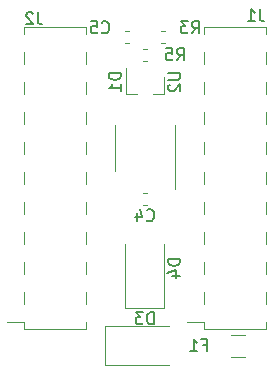
<source format=gbr>
G04 #@! TF.GenerationSoftware,KiCad,Pcbnew,(5.1.5)-3*
G04 #@! TF.CreationDate,2022-01-02T05:02:30+03:00*
G04 #@! TF.ProjectId,Test,54657374-2e6b-4696-9361-645f70636258,rev?*
G04 #@! TF.SameCoordinates,Original*
G04 #@! TF.FileFunction,Legend,Bot*
G04 #@! TF.FilePolarity,Positive*
%FSLAX46Y46*%
G04 Gerber Fmt 4.6, Leading zero omitted, Abs format (unit mm)*
G04 Created by KiCad (PCBNEW (5.1.5)-3) date 2022-01-02 05:02:30*
%MOMM*%
%LPD*%
G04 APERTURE LIST*
%ADD10C,0.120000*%
%ADD11C,0.150000*%
G04 APERTURE END LIST*
D10*
X32857221Y-78234000D02*
X33182779Y-78234000D01*
X32857221Y-77214000D02*
X33182779Y-77214000D01*
X31658779Y-64518000D02*
X31333221Y-64518000D01*
X31658779Y-63498000D02*
X31333221Y-63498000D01*
X29620000Y-91820000D02*
X35020000Y-91820000D01*
X29620000Y-88520000D02*
X35020000Y-88520000D01*
X29620000Y-91820000D02*
X29620000Y-88520000D01*
X34670000Y-86966000D02*
X31370000Y-86966000D01*
X31370000Y-86966000D02*
X31370000Y-81566000D01*
X34670000Y-86966000D02*
X34670000Y-81566000D01*
X41496064Y-89260000D02*
X40291936Y-89260000D01*
X41496064Y-91080000D02*
X40291936Y-91080000D01*
X43240000Y-66296000D02*
X43240000Y-65276000D01*
X38040000Y-66296000D02*
X38040000Y-65276000D01*
X43240000Y-68836000D02*
X43240000Y-67816000D01*
X38040000Y-68836000D02*
X38040000Y-67816000D01*
X43240000Y-71376000D02*
X43240000Y-70356000D01*
X38040000Y-71376000D02*
X38040000Y-70356000D01*
X43240000Y-73916000D02*
X43240000Y-72896000D01*
X38040000Y-73916000D02*
X38040000Y-72896000D01*
X43240000Y-76456000D02*
X43240000Y-75436000D01*
X38040000Y-76456000D02*
X38040000Y-75436000D01*
X43240000Y-78996000D02*
X43240000Y-77976000D01*
X38040000Y-78996000D02*
X38040000Y-77976000D01*
X43240000Y-81536000D02*
X43240000Y-80516000D01*
X38040000Y-81536000D02*
X38040000Y-80516000D01*
X43240000Y-84076000D02*
X43240000Y-83056000D01*
X38040000Y-84076000D02*
X38040000Y-83056000D01*
X43240000Y-86616000D02*
X43240000Y-85596000D01*
X38040000Y-86616000D02*
X38040000Y-85596000D01*
X43240000Y-63756000D02*
X43240000Y-63186000D01*
X38040000Y-63756000D02*
X38040000Y-63186000D01*
X43240000Y-88706000D02*
X43240000Y-88136000D01*
X38040000Y-88706000D02*
X38040000Y-88136000D01*
X36600000Y-88136000D02*
X38040000Y-88136000D01*
X38040000Y-63186000D02*
X43240000Y-63186000D01*
X38040000Y-88706000D02*
X43240000Y-88706000D01*
X22800000Y-88706000D02*
X28000000Y-88706000D01*
X22800000Y-63186000D02*
X28000000Y-63186000D01*
X21360000Y-88136000D02*
X22800000Y-88136000D01*
X22800000Y-88706000D02*
X22800000Y-88136000D01*
X28000000Y-88706000D02*
X28000000Y-88136000D01*
X22800000Y-63756000D02*
X22800000Y-63186000D01*
X28000000Y-63756000D02*
X28000000Y-63186000D01*
X22800000Y-86616000D02*
X22800000Y-85596000D01*
X28000000Y-86616000D02*
X28000000Y-85596000D01*
X22800000Y-84076000D02*
X22800000Y-83056000D01*
X28000000Y-84076000D02*
X28000000Y-83056000D01*
X22800000Y-81536000D02*
X22800000Y-80516000D01*
X28000000Y-81536000D02*
X28000000Y-80516000D01*
X22800000Y-78996000D02*
X22800000Y-77976000D01*
X28000000Y-78996000D02*
X28000000Y-77976000D01*
X22800000Y-76456000D02*
X22800000Y-75436000D01*
X28000000Y-76456000D02*
X28000000Y-75436000D01*
X22800000Y-73916000D02*
X22800000Y-72896000D01*
X28000000Y-73916000D02*
X28000000Y-72896000D01*
X22800000Y-71376000D02*
X22800000Y-70356000D01*
X28000000Y-71376000D02*
X28000000Y-70356000D01*
X22800000Y-68836000D02*
X22800000Y-67816000D01*
X28000000Y-68836000D02*
X28000000Y-67816000D01*
X22800000Y-66296000D02*
X22800000Y-65276000D01*
X28000000Y-66296000D02*
X28000000Y-65276000D01*
X34706779Y-64518000D02*
X34381221Y-64518000D01*
X34706779Y-63498000D02*
X34381221Y-63498000D01*
X32857221Y-65022000D02*
X33182779Y-65022000D01*
X32857221Y-66042000D02*
X33182779Y-66042000D01*
X30460000Y-73406000D02*
X30460000Y-71456000D01*
X30460000Y-73406000D02*
X30460000Y-75356000D01*
X35580000Y-73406000D02*
X35580000Y-71456000D01*
X35580000Y-73406000D02*
X35580000Y-76856000D01*
X34600000Y-68832000D02*
X33670000Y-68832000D01*
X31440000Y-68832000D02*
X32370000Y-68832000D01*
X31440000Y-68832000D02*
X31440000Y-66672000D01*
X34600000Y-68832000D02*
X34600000Y-67372000D01*
D11*
X33186666Y-79511142D02*
X33234285Y-79558761D01*
X33377142Y-79606380D01*
X33472380Y-79606380D01*
X33615238Y-79558761D01*
X33710476Y-79463523D01*
X33758095Y-79368285D01*
X33805714Y-79177809D01*
X33805714Y-79034952D01*
X33758095Y-78844476D01*
X33710476Y-78749238D01*
X33615238Y-78654000D01*
X33472380Y-78606380D01*
X33377142Y-78606380D01*
X33234285Y-78654000D01*
X33186666Y-78701619D01*
X32329523Y-78939714D02*
X32329523Y-79606380D01*
X32567619Y-78558761D02*
X32805714Y-79273047D01*
X32186666Y-79273047D01*
X29376666Y-63603142D02*
X29424285Y-63650761D01*
X29567142Y-63698380D01*
X29662380Y-63698380D01*
X29805238Y-63650761D01*
X29900476Y-63555523D01*
X29948095Y-63460285D01*
X29995714Y-63269809D01*
X29995714Y-63126952D01*
X29948095Y-62936476D01*
X29900476Y-62841238D01*
X29805238Y-62746000D01*
X29662380Y-62698380D01*
X29567142Y-62698380D01*
X29424285Y-62746000D01*
X29376666Y-62793619D01*
X28471904Y-62698380D02*
X28948095Y-62698380D01*
X28995714Y-63174571D01*
X28948095Y-63126952D01*
X28852857Y-63079333D01*
X28614761Y-63079333D01*
X28519523Y-63126952D01*
X28471904Y-63174571D01*
X28424285Y-63269809D01*
X28424285Y-63507904D01*
X28471904Y-63603142D01*
X28519523Y-63650761D01*
X28614761Y-63698380D01*
X28852857Y-63698380D01*
X28948095Y-63650761D01*
X28995714Y-63603142D01*
X33758095Y-88336380D02*
X33758095Y-87336380D01*
X33520000Y-87336380D01*
X33377142Y-87384000D01*
X33281904Y-87479238D01*
X33234285Y-87574476D01*
X33186666Y-87764952D01*
X33186666Y-87907809D01*
X33234285Y-88098285D01*
X33281904Y-88193523D01*
X33377142Y-88288761D01*
X33520000Y-88336380D01*
X33758095Y-88336380D01*
X32853333Y-87336380D02*
X32234285Y-87336380D01*
X32567619Y-87717333D01*
X32424761Y-87717333D01*
X32329523Y-87764952D01*
X32281904Y-87812571D01*
X32234285Y-87907809D01*
X32234285Y-88145904D01*
X32281904Y-88241142D01*
X32329523Y-88288761D01*
X32424761Y-88336380D01*
X32710476Y-88336380D01*
X32805714Y-88288761D01*
X32853333Y-88241142D01*
X35972380Y-82827904D02*
X34972380Y-82827904D01*
X34972380Y-83066000D01*
X35020000Y-83208857D01*
X35115238Y-83304095D01*
X35210476Y-83351714D01*
X35400952Y-83399333D01*
X35543809Y-83399333D01*
X35734285Y-83351714D01*
X35829523Y-83304095D01*
X35924761Y-83208857D01*
X35972380Y-83066000D01*
X35972380Y-82827904D01*
X35305714Y-84256476D02*
X35972380Y-84256476D01*
X34924761Y-84018380D02*
X35639047Y-83780285D01*
X35639047Y-84399333D01*
X37925333Y-90098571D02*
X38258666Y-90098571D01*
X38258666Y-90622380D02*
X38258666Y-89622380D01*
X37782476Y-89622380D01*
X36877714Y-90622380D02*
X37449142Y-90622380D01*
X37163428Y-90622380D02*
X37163428Y-89622380D01*
X37258666Y-89765238D01*
X37353904Y-89860476D01*
X37449142Y-89908095D01*
X42751333Y-61682380D02*
X42751333Y-62396666D01*
X42798952Y-62539523D01*
X42894190Y-62634761D01*
X43037047Y-62682380D01*
X43132285Y-62682380D01*
X41751333Y-62682380D02*
X42322761Y-62682380D01*
X42037047Y-62682380D02*
X42037047Y-61682380D01*
X42132285Y-61825238D01*
X42227523Y-61920476D01*
X42322761Y-61968095D01*
X23955333Y-61936380D02*
X23955333Y-62650666D01*
X24002952Y-62793523D01*
X24098190Y-62888761D01*
X24241047Y-62936380D01*
X24336285Y-62936380D01*
X23526761Y-62031619D02*
X23479142Y-61984000D01*
X23383904Y-61936380D01*
X23145809Y-61936380D01*
X23050571Y-61984000D01*
X23002952Y-62031619D01*
X22955333Y-62126857D01*
X22955333Y-62222095D01*
X23002952Y-62364952D01*
X23574380Y-62936380D01*
X22955333Y-62936380D01*
X36996666Y-63698380D02*
X37330000Y-63222190D01*
X37568095Y-63698380D02*
X37568095Y-62698380D01*
X37187142Y-62698380D01*
X37091904Y-62746000D01*
X37044285Y-62793619D01*
X36996666Y-62888857D01*
X36996666Y-63031714D01*
X37044285Y-63126952D01*
X37091904Y-63174571D01*
X37187142Y-63222190D01*
X37568095Y-63222190D01*
X36663333Y-62698380D02*
X36044285Y-62698380D01*
X36377619Y-63079333D01*
X36234761Y-63079333D01*
X36139523Y-63126952D01*
X36091904Y-63174571D01*
X36044285Y-63269809D01*
X36044285Y-63507904D01*
X36091904Y-63603142D01*
X36139523Y-63650761D01*
X36234761Y-63698380D01*
X36520476Y-63698380D01*
X36615714Y-63650761D01*
X36663333Y-63603142D01*
X35726666Y-65984380D02*
X36060000Y-65508190D01*
X36298095Y-65984380D02*
X36298095Y-64984380D01*
X35917142Y-64984380D01*
X35821904Y-65032000D01*
X35774285Y-65079619D01*
X35726666Y-65174857D01*
X35726666Y-65317714D01*
X35774285Y-65412952D01*
X35821904Y-65460571D01*
X35917142Y-65508190D01*
X36298095Y-65508190D01*
X34821904Y-64984380D02*
X35298095Y-64984380D01*
X35345714Y-65460571D01*
X35298095Y-65412952D01*
X35202857Y-65365333D01*
X34964761Y-65365333D01*
X34869523Y-65412952D01*
X34821904Y-65460571D01*
X34774285Y-65555809D01*
X34774285Y-65793904D01*
X34821904Y-65889142D01*
X34869523Y-65936761D01*
X34964761Y-65984380D01*
X35202857Y-65984380D01*
X35298095Y-65936761D01*
X35345714Y-65889142D01*
X35012380Y-67056095D02*
X35821904Y-67056095D01*
X35917142Y-67103714D01*
X35964761Y-67151333D01*
X36012380Y-67246571D01*
X36012380Y-67437047D01*
X35964761Y-67532285D01*
X35917142Y-67579904D01*
X35821904Y-67627523D01*
X35012380Y-67627523D01*
X35107619Y-68056095D02*
X35060000Y-68103714D01*
X35012380Y-68198952D01*
X35012380Y-68437047D01*
X35060000Y-68532285D01*
X35107619Y-68579904D01*
X35202857Y-68627523D01*
X35298095Y-68627523D01*
X35440952Y-68579904D01*
X36012380Y-68008476D01*
X36012380Y-68627523D01*
X30972380Y-67079904D02*
X29972380Y-67079904D01*
X29972380Y-67318000D01*
X30020000Y-67460857D01*
X30115238Y-67556095D01*
X30210476Y-67603714D01*
X30400952Y-67651333D01*
X30543809Y-67651333D01*
X30734285Y-67603714D01*
X30829523Y-67556095D01*
X30924761Y-67460857D01*
X30972380Y-67318000D01*
X30972380Y-67079904D01*
X30972380Y-68603714D02*
X30972380Y-68032285D01*
X30972380Y-68318000D02*
X29972380Y-68318000D01*
X30115238Y-68222761D01*
X30210476Y-68127523D01*
X30258095Y-68032285D01*
M02*

</source>
